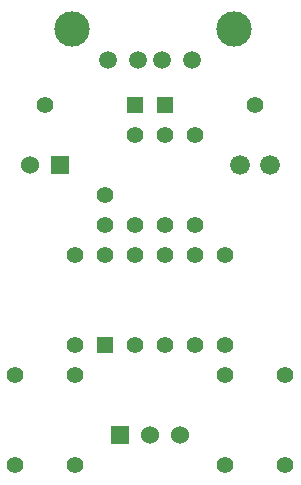
<source format=gts>
G04 (created by PCBNEW (2013-jul-07)-stable) date Fr 27 Mär 2015 12:46:30 CET*
%MOIN*%
G04 Gerber Fmt 3.4, Leading zero omitted, Abs format*
%FSLAX34Y34*%
G01*
G70*
G90*
G04 APERTURE LIST*
%ADD10C,0.00590551*%
%ADD11R,0.06X0.06*%
%ADD12C,0.06*%
%ADD13C,0.0591*%
%ADD14C,0.1181*%
%ADD15C,0.055*%
%ADD16R,0.055X0.055*%
%ADD17C,0.066*%
G04 APERTURE END LIST*
G54D10*
G54D11*
X26500Y-27500D03*
G54D12*
X25500Y-27500D03*
G54D13*
X28100Y-24000D03*
X29100Y-24000D03*
X29900Y-24000D03*
X30900Y-24000D03*
G54D14*
X26900Y-22950D03*
X32300Y-22950D03*
G54D15*
X34000Y-37500D03*
X32000Y-37500D03*
X34000Y-34500D03*
X32000Y-34500D03*
X25000Y-34500D03*
X27000Y-34500D03*
X25000Y-37500D03*
X27000Y-37500D03*
X30000Y-26500D03*
X30000Y-29500D03*
X29000Y-26500D03*
X29000Y-29500D03*
X31000Y-29500D03*
X31000Y-26500D03*
X27000Y-30500D03*
X27000Y-33500D03*
G54D11*
X28500Y-36500D03*
G54D12*
X29500Y-36500D03*
X30500Y-36500D03*
G54D16*
X28000Y-33500D03*
G54D15*
X29000Y-33500D03*
X30000Y-33500D03*
X31000Y-33500D03*
X31000Y-30500D03*
X30000Y-30500D03*
X29000Y-30500D03*
X28000Y-30500D03*
G54D16*
X29000Y-25500D03*
G54D15*
X26000Y-25500D03*
G54D16*
X30000Y-25500D03*
G54D15*
X33000Y-25500D03*
X28000Y-28500D03*
X28000Y-29500D03*
X32000Y-30500D03*
X32000Y-33500D03*
G54D17*
X32500Y-27500D03*
X33500Y-27500D03*
M02*

</source>
